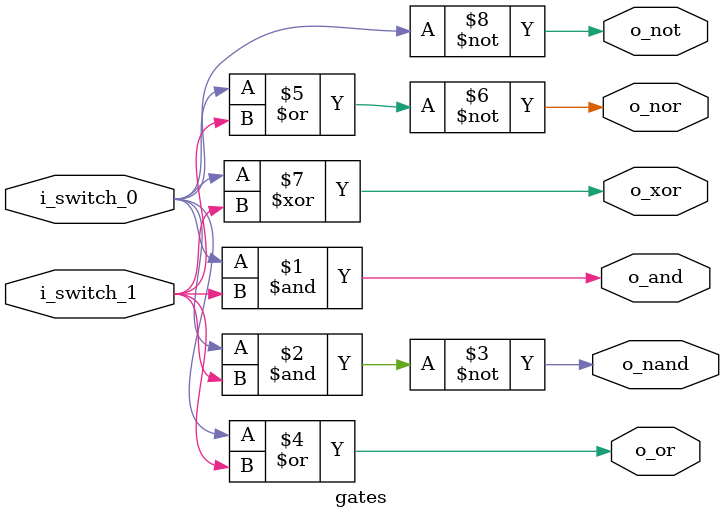
<source format=v>
`timescale 1ns / 1ps

module gates(
    input i_switch_0,
    input i_switch_1,
    output o_and, o_nand, o_or, o_nor, o_xor, o_not

);

    assign o_and    =   i_switch_0 & i_switch_1;
    assign o_nand   = ~(i_switch_0 & i_switch_1);
    assign o_or     =   i_switch_0 | i_switch_1;
    assign o_nor    = ~(i_switch_0 | i_switch_1);
    assign o_xor    =   i_switch_0 ^ i_switch_1;
    assign o_not    =  ~i_switch_0;
  

endmodule

</source>
